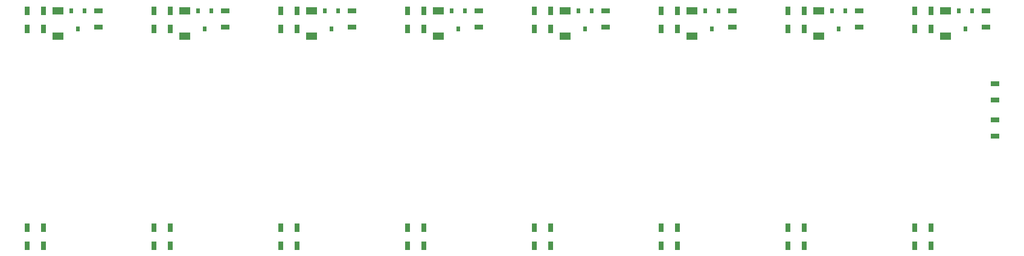
<source format=gtp>
G04*
G04 #@! TF.GenerationSoftware,Altium Limited,Altium Designer,21.6.1 (37)*
G04*
G04 Layer_Color=8421504*
%FSTAX24Y24*%
%MOIN*%
G70*
G04*
G04 #@! TF.SameCoordinates,59C10F7D-216A-4877-8410-82FF31B31C47*
G04*
G04*
G04 #@! TF.FilePolarity,Positive*
G04*
G01*
G75*
%ADD15R,0.0488X0.0300*%
%ADD16R,0.0300X0.0488*%
%ADD17R,0.0600X0.0400*%
%ADD18R,0.0197X0.0315*%
D15*
X06205Y0336D02*
D03*
Y0327D02*
D03*
Y0307D02*
D03*
Y0316D02*
D03*
X01255Y03765D02*
D03*
Y03675D02*
D03*
X04055Y03765D02*
D03*
Y03675D02*
D03*
X01955Y03765D02*
D03*
Y03675D02*
D03*
X04755Y03765D02*
D03*
Y03675D02*
D03*
X02655Y03765D02*
D03*
Y03675D02*
D03*
X05455Y03765D02*
D03*
Y03675D02*
D03*
X03355Y03765D02*
D03*
Y03675D02*
D03*
X06155Y03765D02*
D03*
Y03675D02*
D03*
D16*
X0086Y03765D02*
D03*
X0095D02*
D03*
X0366D02*
D03*
X0375D02*
D03*
X0086Y02465D02*
D03*
X0095D02*
D03*
X0366D02*
D03*
X0375D02*
D03*
X0156Y03765D02*
D03*
X0165D02*
D03*
X0436D02*
D03*
X0445D02*
D03*
X0156Y02465D02*
D03*
X0165D02*
D03*
X0436D02*
D03*
X0445D02*
D03*
X0226Y03765D02*
D03*
X0235D02*
D03*
X0506D02*
D03*
X0515D02*
D03*
X0226Y02465D02*
D03*
X0235D02*
D03*
X0506D02*
D03*
X0515D02*
D03*
X0296Y03765D02*
D03*
X0305D02*
D03*
X0576D02*
D03*
X0585D02*
D03*
X0296Y02465D02*
D03*
X0305D02*
D03*
X0576D02*
D03*
X0585D02*
D03*
X0086Y03665D02*
D03*
X0095D02*
D03*
X0366D02*
D03*
X0375D02*
D03*
X0086Y02565D02*
D03*
X0095D02*
D03*
X0366D02*
D03*
X0375D02*
D03*
X0156Y03665D02*
D03*
X0165D02*
D03*
X0436D02*
D03*
X0445D02*
D03*
X0156Y02565D02*
D03*
X0165D02*
D03*
X0436D02*
D03*
X0445D02*
D03*
X0226Y03665D02*
D03*
X0235D02*
D03*
X0506D02*
D03*
X0515D02*
D03*
X0226Y02565D02*
D03*
X0235D02*
D03*
X0506D02*
D03*
X0515D02*
D03*
X0296Y03665D02*
D03*
X0305D02*
D03*
X0576D02*
D03*
X0585D02*
D03*
X0296Y02565D02*
D03*
X0305D02*
D03*
X0576D02*
D03*
X0585D02*
D03*
D17*
X0103Y03765D02*
D03*
Y036233D02*
D03*
X0383Y03765D02*
D03*
Y036233D02*
D03*
X0173Y03765D02*
D03*
Y036233D02*
D03*
X0453Y03765D02*
D03*
Y036233D02*
D03*
X0243Y03765D02*
D03*
Y036233D02*
D03*
X0523Y03765D02*
D03*
Y036233D02*
D03*
X0313Y03765D02*
D03*
Y036233D02*
D03*
X0593Y03765D02*
D03*
Y036233D02*
D03*
D18*
X011038Y03765D02*
D03*
X011786D02*
D03*
X011412Y03665D02*
D03*
X039038Y03765D02*
D03*
X039786D02*
D03*
X039412Y03665D02*
D03*
X018038Y03765D02*
D03*
X018786D02*
D03*
X018412Y03665D02*
D03*
X046038Y03765D02*
D03*
X046786D02*
D03*
X046412Y03665D02*
D03*
X025038Y03765D02*
D03*
X025786D02*
D03*
X025412Y03665D02*
D03*
X053038Y03765D02*
D03*
X053786D02*
D03*
X053412Y03665D02*
D03*
X032038Y03765D02*
D03*
X032786D02*
D03*
X032412Y03665D02*
D03*
X060038Y03765D02*
D03*
X060786D02*
D03*
X060412Y03665D02*
D03*
M02*

</source>
